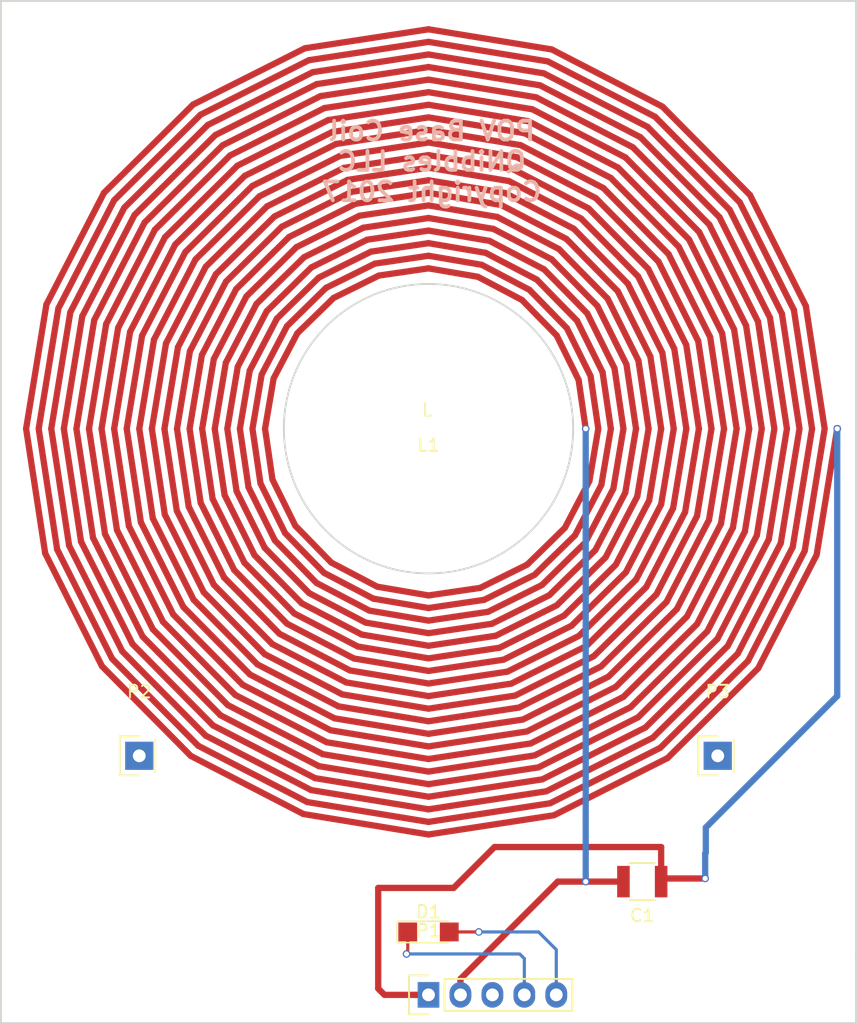
<source format=kicad_pcb>
(kicad_pcb (version 4) (host pcbnew 4.0.5)

  (general
    (links 6)
    (no_connects 6)
    (area 114.424999 70.924999 182.575001 147.075001)
    (thickness 1.6)
    (drawings 8)
    (tracks 38)
    (zones 0)
    (modules 10)
    (nets 8)
  )

  (page A4)
  (layers
    (0 F.Cu signal)
    (31 B.Cu signal)
    (32 B.Adhes user)
    (33 F.Adhes user)
    (34 B.Paste user)
    (35 F.Paste user)
    (36 B.SilkS user)
    (37 F.SilkS user)
    (38 B.Mask user)
    (39 F.Mask user)
    (40 Dwgs.User user)
    (41 Cmts.User user)
    (42 Eco1.User user)
    (43 Eco2.User user)
    (44 Edge.Cuts user)
    (45 Margin user)
    (46 B.CrtYd user)
    (47 F.CrtYd user)
    (48 B.Fab user)
    (49 F.Fab user)
  )

  (setup
    (last_trace_width 0.25)
    (trace_clearance 0.2)
    (zone_clearance 0.508)
    (zone_45_only no)
    (trace_min 0.2)
    (segment_width 0.2)
    (edge_width 0.15)
    (via_size 0.6)
    (via_drill 0.4)
    (via_min_size 0.4)
    (via_min_drill 0.3)
    (uvia_size 0.3)
    (uvia_drill 0.1)
    (uvias_allowed no)
    (uvia_min_size 0.2)
    (uvia_min_drill 0.1)
    (pcb_text_width 0.3)
    (pcb_text_size 1.5 1.5)
    (mod_edge_width 0.15)
    (mod_text_size 1 1)
    (mod_text_width 0.15)
    (pad_size 4.5 4.5)
    (pad_drill 4.5)
    (pad_to_mask_clearance 0.2)
    (aux_axis_origin 0 0)
    (visible_elements 7FFFFFFF)
    (pcbplotparams
      (layerselection 0x00030_80000001)
      (usegerberextensions false)
      (excludeedgelayer true)
      (linewidth 0.100000)
      (plotframeref false)
      (viasonmask false)
      (mode 1)
      (useauxorigin false)
      (hpglpennumber 1)
      (hpglpenspeed 20)
      (hpglpendiameter 15)
      (hpglpenoverlay 2)
      (psnegative false)
      (psa4output false)
      (plotreference true)
      (plotvalue true)
      (plotinvisibletext false)
      (padsonsilk false)
      (subtractmaskfromsilk false)
      (outputformat 1)
      (mirror false)
      (drillshape 1)
      (scaleselection 1)
      (outputdirectory ""))
  )

  (net 0 "")
  (net 1 "Net-(C1-Pad1)")
  (net 2 "Net-(C1-Pad2)")
  (net 3 "Net-(D1-Pad2)")
  (net 4 "Net-(D1-Pad1)")
  (net 5 GND)
  (net 6 "Net-(P2-Pad1)")
  (net 7 "Net-(P3-Pad1)")

  (net_class Default "This is the default net class."
    (clearance 0.2)
    (trace_width 0.25)
    (via_dia 0.6)
    (via_drill 0.4)
    (uvia_dia 0.3)
    (uvia_drill 0.1)
    (add_net GND)
    (add_net "Net-(C1-Pad1)")
    (add_net "Net-(C1-Pad2)")
    (add_net "Net-(D1-Pad1)")
    (add_net "Net-(D1-Pad2)")
    (add_net "Net-(P2-Pad1)")
    (add_net "Net-(P3-Pad1)")
  )

  (module KicadFootprint:via_0.3mm (layer F.Cu) (tedit 5872DB33) (tstamp 58752A3E)
    (at 178.5 75)
    (fp_text reference REF** (at 0 1.27) (layer F.SilkS) hide
      (effects (font (size 1 1) (thickness 0.15)))
    )
    (fp_text value via_0.3mm (at 0 -1.27) (layer F.Fab) hide
      (effects (font (size 1 1) (thickness 0.15)))
    )
    (pad "" np_thru_hole circle (at 0 0) (size 4.5 4.5) (drill 4.5) (layers *.Cu *.Mask)
      (zone_connect 2))
  )

  (module KicadFootprint:via_0.3mm (layer F.Cu) (tedit 5872DB33) (tstamp 58752A3A)
    (at 117.75 75)
    (fp_text reference REF** (at 0 1.27) (layer F.SilkS) hide
      (effects (font (size 1 1) (thickness 0.15)))
    )
    (fp_text value via_0.3mm (at 0 -1.27) (layer F.Fab) hide
      (effects (font (size 1 1) (thickness 0.15)))
    )
    (pad "" np_thru_hole circle (at 0 0) (size 4.5 4.5) (drill 4.5) (layers *.Cu *.Mask)
      (zone_connect 2))
  )

  (module KicadFootprint:via_0.3mm (layer F.Cu) (tedit 5872DB33) (tstamp 58752A36)
    (at 118.5 135)
    (fp_text reference REF** (at 0 1.27) (layer F.SilkS) hide
      (effects (font (size 1 1) (thickness 0.15)))
    )
    (fp_text value via_0.3mm (at 0 -1.27) (layer F.Fab) hide
      (effects (font (size 1 1) (thickness 0.15)))
    )
    (pad "" np_thru_hole circle (at 0 0) (size 4.5 4.5) (drill 4.5) (layers *.Cu *.Mask)
      (zone_connect 2))
  )

  (module Capacitors_SMD:C_1210 (layer F.Cu) (tedit 5415D85D) (tstamp 5872E09C)
    (at 165.5 141 180)
    (descr "Capacitor SMD 1210, reflow soldering, AVX (see smccp.pdf)")
    (tags "capacitor 1210")
    (path /5872583D)
    (attr smd)
    (fp_text reference C1 (at 0 -2.7 180) (layer F.SilkS)
      (effects (font (size 1 1) (thickness 0.15)))
    )
    (fp_text value C (at 0 2.7 180) (layer F.Fab)
      (effects (font (size 1 1) (thickness 0.15)))
    )
    (fp_line (start -1.6 1.25) (end -1.6 -1.25) (layer F.Fab) (width 0.15))
    (fp_line (start 1.6 1.25) (end -1.6 1.25) (layer F.Fab) (width 0.15))
    (fp_line (start 1.6 -1.25) (end 1.6 1.25) (layer F.Fab) (width 0.15))
    (fp_line (start -1.6 -1.25) (end 1.6 -1.25) (layer F.Fab) (width 0.15))
    (fp_line (start -2.3 -1.6) (end 2.3 -1.6) (layer F.CrtYd) (width 0.05))
    (fp_line (start -2.3 1.6) (end 2.3 1.6) (layer F.CrtYd) (width 0.05))
    (fp_line (start -2.3 -1.6) (end -2.3 1.6) (layer F.CrtYd) (width 0.05))
    (fp_line (start 2.3 -1.6) (end 2.3 1.6) (layer F.CrtYd) (width 0.05))
    (fp_line (start 1 -1.475) (end -1 -1.475) (layer F.SilkS) (width 0.15))
    (fp_line (start -1 1.475) (end 1 1.475) (layer F.SilkS) (width 0.15))
    (pad 1 smd rect (at -1.5 0 180) (size 1 2.5) (layers F.Cu F.Paste F.Mask)
      (net 1 "Net-(C1-Pad1)"))
    (pad 2 smd rect (at 1.5 0 180) (size 1 2.5) (layers F.Cu F.Paste F.Mask)
      (net 2 "Net-(C1-Pad2)"))
    (model Capacitors_SMD.3dshapes/C_1210.wrl
      (at (xyz 0 0 0))
      (scale (xyz 1 1 1))
      (rotate (xyz 0 0 0))
    )
  )

  (module LEDs:LED_1206 (layer F.Cu) (tedit 57FE943C) (tstamp 5872E0A2)
    (at 148.5 145)
    (descr "LED 1206 smd package")
    (tags "LED led 1206 SMD smd SMT smt smdled SMDLED smtled SMTLED")
    (path /587256DC)
    (attr smd)
    (fp_text reference D1 (at 0 -1.6) (layer F.SilkS)
      (effects (font (size 1 1) (thickness 0.15)))
    )
    (fp_text value LED (at 0 1.7) (layer F.Fab)
      (effects (font (size 1 1) (thickness 0.15)))
    )
    (fp_line (start -2.5 -0.85) (end -2.5 0.85) (layer F.SilkS) (width 0.12))
    (fp_line (start -0.45 -0.4) (end -0.45 0.4) (layer F.Fab) (width 0.1))
    (fp_line (start -0.4 0) (end 0.2 -0.4) (layer F.Fab) (width 0.1))
    (fp_line (start 0.2 0.4) (end -0.4 0) (layer F.Fab) (width 0.1))
    (fp_line (start 0.2 -0.4) (end 0.2 0.4) (layer F.Fab) (width 0.1))
    (fp_line (start 1.6 0.8) (end -1.6 0.8) (layer F.Fab) (width 0.1))
    (fp_line (start 1.6 -0.8) (end 1.6 0.8) (layer F.Fab) (width 0.1))
    (fp_line (start -1.6 -0.8) (end 1.6 -0.8) (layer F.Fab) (width 0.1))
    (fp_line (start -1.6 0.8) (end -1.6 -0.8) (layer F.Fab) (width 0.1))
    (fp_line (start -2.45 0.85) (end 1.6 0.85) (layer F.SilkS) (width 0.12))
    (fp_line (start -2.45 -0.85) (end 1.6 -0.85) (layer F.SilkS) (width 0.12))
    (fp_line (start 2.65 -1) (end 2.65 1) (layer F.CrtYd) (width 0.05))
    (fp_line (start 2.65 1) (end -2.65 1) (layer F.CrtYd) (width 0.05))
    (fp_line (start -2.65 1) (end -2.65 -1) (layer F.CrtYd) (width 0.05))
    (fp_line (start -2.65 -1) (end 2.65 -1) (layer F.CrtYd) (width 0.05))
    (pad 2 smd rect (at 1.65 0 180) (size 1.5 1.5) (layers F.Cu F.Paste F.Mask)
      (net 3 "Net-(D1-Pad2)"))
    (pad 1 smd rect (at -1.65 0 180) (size 1.5 1.5) (layers F.Cu F.Paste F.Mask)
      (net 4 "Net-(D1-Pad1)"))
    (model LEDs.3dshapes/LED_1206.wrl
      (at (xyz 0 0 0))
      (scale (xyz 1 1 1))
      (rotate (xyz 0 0 180))
    )
  )

  (module KicadFootprint:pov_coil (layer F.Cu) (tedit 5872D718) (tstamp 5872E0A8)
    (at 148.5011 105.0036)
    (descr "PCB inductor 65.0 mm x 65.0 mm 20 turns 1.0 mm pitch generated with https://github.com/ignamv/kicad_scripts")
    (path /58725776)
    (fp_text reference L1 (at 0 1.3) (layer F.SilkS)
      (effects (font (size 1 1) (thickness 0.15)))
    )
    (fp_text value L (at -0.1 -1.5) (layer F.SilkS)
      (effects (font (size 1 1) (thickness 0.15)))
    )
    (fp_line (start 32.5 0) (end 30.86178 10.0276) (layer F.Cu) (width 0.5))
    (fp_line (start 30.86178 10.0276) (end 26.21215 19.04424) (layer F.Cu) (width 0.5))
    (fp_line (start 26.21215 19.04424) (end 19.01485 26.1717) (layer F.Cu) (width 0.5))
    (fp_line (start 19.01485 26.1717) (end 9.981249 30.71913) (layer F.Cu) (width 0.5))
    (fp_line (start 9.981249 30.71913) (end 0 32.25) (layer F.Cu) (width 0.5))
    (fp_line (start 0 32.25) (end -9.950347 30.62402) (layer F.Cu) (width 0.5))
    (fp_line (start -9.950347 30.62402) (end -18.8973 26.0099) (layer F.Cu) (width 0.5))
    (fp_line (start -18.8973 26.0099) (end -25.96945 18.86791) (layer F.Cu) (width 0.5))
    (fp_line (start -25.96945 18.86791) (end -30.48136 9.903995) (layer F.Cu) (width 0.5))
    (fp_line (start -30.48136 9.903995) (end -32 0) (layer F.Cu) (width 0.5))
    (fp_line (start -32 0) (end -30.38626 -9.873093) (layer F.Cu) (width 0.5))
    (fp_line (start -30.38626 -9.873093) (end -25.80764 -18.75035) (layer F.Cu) (width 0.5))
    (fp_line (start -25.80764 -18.75035) (end -18.72096 -25.76719) (layer F.Cu) (width 0.5))
    (fp_line (start -18.72096 -25.76719) (end -9.82674 -30.2436) (layer F.Cu) (width 0.5))
    (fp_line (start -9.82674 -30.2436) (end 0 -31.75) (layer F.Cu) (width 0.5))
    (fp_line (start 0 -31.75) (end 9.795839 -30.14849) (layer F.Cu) (width 0.5))
    (fp_line (start 9.795839 -30.14849) (end 18.6034 -25.60539) (layer F.Cu) (width 0.5))
    (fp_line (start 18.6034 -25.60539) (end 25.56494 -18.57401) (layer F.Cu) (width 0.5))
    (fp_line (start 25.56494 -18.57401) (end 30.00583 -9.749486) (layer F.Cu) (width 0.5))
    (fp_line (start 30.00583 -9.749486) (end 31.5 0) (layer F.Cu) (width 0.5))
    (fp_line (start 31.5 0) (end 29.91073 9.718584) (layer F.Cu) (width 0.5))
    (fp_line (start 29.91073 9.718584) (end 25.40313 18.45646) (layer F.Cu) (width 0.5))
    (fp_line (start 25.40313 18.45646) (end 18.42707 25.36268) (layer F.Cu) (width 0.5))
    (fp_line (start 18.42707 25.36268) (end 9.672232 29.76807) (layer F.Cu) (width 0.5))
    (fp_line (start 9.672232 29.76807) (end 0 31.25) (layer F.Cu) (width 0.5))
    (fp_line (start 0 31.25) (end -9.64133 29.67296) (layer F.Cu) (width 0.5))
    (fp_line (start -9.64133 29.67296) (end -18.30951 25.20088) (layer F.Cu) (width 0.5))
    (fp_line (start -18.30951 25.20088) (end -25.16043 18.28012) (layer F.Cu) (width 0.5))
    (fp_line (start -25.16043 18.28012) (end -29.5303 9.594978) (layer F.Cu) (width 0.5))
    (fp_line (start -29.5303 9.594978) (end -31 0) (layer F.Cu) (width 0.5))
    (fp_line (start -31 0) (end -29.4352 -9.564076) (layer F.Cu) (width 0.5))
    (fp_line (start -29.4352 -9.564076) (end -24.99863 -18.16256) (layer F.Cu) (width 0.5))
    (fp_line (start -24.99863 -18.16256) (end -18.13318 -24.95817) (layer F.Cu) (width 0.5))
    (fp_line (start -18.13318 -24.95817) (end -9.517723 -29.29254) (layer F.Cu) (width 0.5))
    (fp_line (start -9.517723 -29.29254) (end 0 -30.75) (layer F.Cu) (width 0.5))
    (fp_line (start 0 -30.75) (end 9.486822 -29.19744) (layer F.Cu) (width 0.5))
    (fp_line (start 9.486822 -29.19744) (end 18.01562 -24.79637) (layer F.Cu) (width 0.5))
    (fp_line (start 18.01562 -24.79637) (end 24.75592 -17.98623) (layer F.Cu) (width 0.5))
    (fp_line (start 24.75592 -17.98623) (end 29.05478 -9.440469) (layer F.Cu) (width 0.5))
    (fp_line (start 29.05478 -9.440469) (end 30.5 0) (layer F.Cu) (width 0.5))
    (fp_line (start 30.5 0) (end 28.95967 9.409567) (layer F.Cu) (width 0.5))
    (fp_line (start 28.95967 9.409567) (end 24.59412 17.86867) (layer F.Cu) (width 0.5))
    (fp_line (start 24.59412 17.86867) (end 17.83928 24.55367) (layer F.Cu) (width 0.5))
    (fp_line (start 17.83928 24.55367) (end 9.363215 28.81701) (layer F.Cu) (width 0.5))
    (fp_line (start 9.363215 28.81701) (end 0 30.25) (layer F.Cu) (width 0.5))
    (fp_line (start 0 30.25) (end -9.332313 28.72191) (layer F.Cu) (width 0.5))
    (fp_line (start -9.332313 28.72191) (end -17.72173 24.39186) (layer F.Cu) (width 0.5))
    (fp_line (start -17.72173 24.39186) (end -24.35141 17.69234) (layer F.Cu) (width 0.5))
    (fp_line (start -24.35141 17.69234) (end -28.57925 9.285961) (layer F.Cu) (width 0.5))
    (fp_line (start -28.57925 9.285961) (end -30 0) (layer F.Cu) (width 0.5))
    (fp_line (start -30 0) (end -28.48414 -9.255059) (layer F.Cu) (width 0.5))
    (fp_line (start -28.48414 -9.255059) (end -24.18961 -17.57478) (layer F.Cu) (width 0.5))
    (fp_line (start -24.18961 -17.57478) (end -17.54539 -24.14916) (layer F.Cu) (width 0.5))
    (fp_line (start -17.54539 -24.14916) (end -9.208706 -28.34148) (layer F.Cu) (width 0.5))
    (fp_line (start -9.208706 -28.34148) (end 0 -29.75) (layer F.Cu) (width 0.5))
    (fp_line (start 0 -29.75) (end 9.177805 -28.24638) (layer F.Cu) (width 0.5))
    (fp_line (start 9.177805 -28.24638) (end 17.42783 -23.98735) (layer F.Cu) (width 0.5))
    (fp_line (start 17.42783 -23.98735) (end 23.9469 -17.39844) (layer F.Cu) (width 0.5))
    (fp_line (start 23.9469 -17.39844) (end 28.10372 -9.131452) (layer F.Cu) (width 0.5))
    (fp_line (start 28.10372 -9.131452) (end 29.5 0) (layer F.Cu) (width 0.5))
    (fp_line (start 29.5 0) (end 28.00861 9.10055) (layer F.Cu) (width 0.5))
    (fp_line (start 28.00861 9.10055) (end 23.7851 17.28089) (layer F.Cu) (width 0.5))
    (fp_line (start 23.7851 17.28089) (end 17.2515 23.74465) (layer F.Cu) (width 0.5))
    (fp_line (start 17.2515 23.74465) (end 9.054198 27.86596) (layer F.Cu) (width 0.5))
    (fp_line (start 9.054198 27.86596) (end 0 29.25) (layer F.Cu) (width 0.5))
    (fp_line (start 0 29.25) (end -9.023296 27.77085) (layer F.Cu) (width 0.5))
    (fp_line (start -9.023296 27.77085) (end -17.13394 23.58285) (layer F.Cu) (width 0.5))
    (fp_line (start -17.13394 23.58285) (end -23.54239 17.10455) (layer F.Cu) (width 0.5))
    (fp_line (start -23.54239 17.10455) (end -27.62819 8.976944) (layer F.Cu) (width 0.5))
    (fp_line (start -27.62819 8.976944) (end -29 0) (layer F.Cu) (width 0.5))
    (fp_line (start -29 0) (end -27.53309 -8.946042) (layer F.Cu) (width 0.5))
    (fp_line (start -27.53309 -8.946042) (end -23.38059 -16.98699) (layer F.Cu) (width 0.5))
    (fp_line (start -23.38059 -16.98699) (end -16.9576 -23.34014) (layer F.Cu) (width 0.5))
    (fp_line (start -16.9576 -23.34014) (end -8.899689 -27.39043) (layer F.Cu) (width 0.5))
    (fp_line (start -8.899689 -27.39043) (end 0 -28.75) (layer F.Cu) (width 0.5))
    (fp_line (start 0 -28.75) (end 8.868788 -27.29532) (layer F.Cu) (width 0.5))
    (fp_line (start 8.868788 -27.29532) (end 16.84005 -23.17834) (layer F.Cu) (width 0.5))
    (fp_line (start 16.84005 -23.17834) (end 23.13789 -16.81066) (layer F.Cu) (width 0.5))
    (fp_line (start 23.13789 -16.81066) (end 27.15266 -8.822435) (layer F.Cu) (width 0.5))
    (fp_line (start 27.15266 -8.822435) (end 28.5 0) (layer F.Cu) (width 0.5))
    (fp_line (start 28.5 0) (end 27.05756 8.791533) (layer F.Cu) (width 0.5))
    (fp_line (start 27.05756 8.791533) (end 22.97608 16.6931) (layer F.Cu) (width 0.5))
    (fp_line (start 22.97608 16.6931) (end 16.66371 22.93563) (layer F.Cu) (width 0.5))
    (fp_line (start 16.66371 22.93563) (end 8.745181 26.9149) (layer F.Cu) (width 0.5))
    (fp_line (start 8.745181 26.9149) (end 0 28.25) (layer F.Cu) (width 0.5))
    (fp_line (start 0 28.25) (end -8.714279 26.81979) (layer F.Cu) (width 0.5))
    (fp_line (start -8.714279 26.81979) (end -16.54615 22.77383) (layer F.Cu) (width 0.5))
    (fp_line (start -16.54615 22.77383) (end -22.73338 16.51677) (layer F.Cu) (width 0.5))
    (fp_line (start -22.73338 16.51677) (end -26.67714 8.667927) (layer F.Cu) (width 0.5))
    (fp_line (start -26.67714 8.667927) (end -28 0) (layer F.Cu) (width 0.5))
    (fp_line (start -28 0) (end -26.58203 -8.637025) (layer F.Cu) (width 0.5))
    (fp_line (start -26.58203 -8.637025) (end -22.57157 -16.39921) (layer F.Cu) (width 0.5))
    (fp_line (start -22.57157 -16.39921) (end -16.36982 -22.53112) (layer F.Cu) (width 0.5))
    (fp_line (start -16.36982 -22.53112) (end -8.590672 -26.43937) (layer F.Cu) (width 0.5))
    (fp_line (start -8.590672 -26.43937) (end 0 -27.75) (layer F.Cu) (width 0.5))
    (fp_line (start 0 -27.75) (end 8.559771 -26.34427) (layer F.Cu) (width 0.5))
    (fp_line (start 8.559771 -26.34427) (end 16.25226 -22.36932) (layer F.Cu) (width 0.5))
    (fp_line (start 16.25226 -22.36932) (end 22.32887 -16.22287) (layer F.Cu) (width 0.5))
    (fp_line (start 22.32887 -16.22287) (end 26.20161 -8.513418) (layer F.Cu) (width 0.5))
    (fp_line (start 26.20161 -8.513418) (end 27.5 0) (layer F.Cu) (width 0.5))
    (fp_line (start 27.5 0) (end 26.1065 8.482516) (layer F.Cu) (width 0.5))
    (fp_line (start 26.1065 8.482516) (end 22.16707 16.10532) (layer F.Cu) (width 0.5))
    (fp_line (start 22.16707 16.10532) (end 16.07593 22.12661) (layer F.Cu) (width 0.5))
    (fp_line (start 16.07593 22.12661) (end 8.436164 25.96384) (layer F.Cu) (width 0.5))
    (fp_line (start 8.436164 25.96384) (end 0 27.25) (layer F.Cu) (width 0.5))
    (fp_line (start 0 27.25) (end -8.405262 25.86874) (layer F.Cu) (width 0.5))
    (fp_line (start -8.405262 25.86874) (end -15.95837 21.96481) (layer F.Cu) (width 0.5))
    (fp_line (start -15.95837 21.96481) (end -21.92436 15.92898) (layer F.Cu) (width 0.5))
    (fp_line (start -21.92436 15.92898) (end -25.72608 8.35891) (layer F.Cu) (width 0.5))
    (fp_line (start -25.72608 8.35891) (end -27 0) (layer F.Cu) (width 0.5))
    (fp_line (start -27 0) (end -25.63097 -8.328008) (layer F.Cu) (width 0.5))
    (fp_line (start -25.63097 -8.328008) (end -21.76256 -15.81142) (layer F.Cu) (width 0.5))
    (fp_line (start -21.76256 -15.81142) (end -15.78203 -21.72211) (layer F.Cu) (width 0.5))
    (fp_line (start -15.78203 -21.72211) (end -8.281655 -25.48831) (layer F.Cu) (width 0.5))
    (fp_line (start -8.281655 -25.48831) (end 0 -26.75) (layer F.Cu) (width 0.5))
    (fp_line (start 0 -26.75) (end 8.250754 -25.39321) (layer F.Cu) (width 0.5))
    (fp_line (start 8.250754 -25.39321) (end 15.66448 -21.5603) (layer F.Cu) (width 0.5))
    (fp_line (start 15.66448 -21.5603) (end 21.51985 -15.63509) (layer F.Cu) (width 0.5))
    (fp_line (start 21.51985 -15.63509) (end 25.25055 -8.204401) (layer F.Cu) (width 0.5))
    (fp_line (start 25.25055 -8.204401) (end 26.5 0) (layer F.Cu) (width 0.5))
    (fp_line (start 26.5 0) (end 25.15544 8.1735) (layer F.Cu) (width 0.5))
    (fp_line (start 25.15544 8.1735) (end 21.35805 15.51753) (layer F.Cu) (width 0.5))
    (fp_line (start 21.35805 15.51753) (end 15.48814 21.3176) (layer F.Cu) (width 0.5))
    (fp_line (start 15.48814 21.3176) (end 8.127147 25.01279) (layer F.Cu) (width 0.5))
    (fp_line (start 8.127147 25.01279) (end 0 26.25) (layer F.Cu) (width 0.5))
    (fp_line (start 0 26.25) (end -8.096245 24.91768) (layer F.Cu) (width 0.5))
    (fp_line (start -8.096245 24.91768) (end -15.37058 21.15579) (layer F.Cu) (width 0.5))
    (fp_line (start -15.37058 21.15579) (end -21.11534 15.3412) (layer F.Cu) (width 0.5))
    (fp_line (start -21.11534 15.3412) (end -24.77502 8.049893) (layer F.Cu) (width 0.5))
    (fp_line (start -24.77502 8.049893) (end -26 0) (layer F.Cu) (width 0.5))
    (fp_line (start -26 0) (end -24.67992 -8.018991) (layer F.Cu) (width 0.5))
    (fp_line (start -24.67992 -8.018991) (end -20.95354 -15.22364) (layer F.Cu) (width 0.5))
    (fp_line (start -20.95354 -15.22364) (end -15.19425 -20.91309) (layer F.Cu) (width 0.5))
    (fp_line (start -15.19425 -20.91309) (end -7.972638 -24.53726) (layer F.Cu) (width 0.5))
    (fp_line (start -7.972638 -24.53726) (end 0 -25.75) (layer F.Cu) (width 0.5))
    (fp_line (start 0 -25.75) (end 7.941737 -24.44215) (layer F.Cu) (width 0.5))
    (fp_line (start 7.941737 -24.44215) (end 15.07669 -20.75129) (layer F.Cu) (width 0.5))
    (fp_line (start 15.07669 -20.75129) (end 20.71084 -15.0473) (layer F.Cu) (width 0.5))
    (fp_line (start 20.71084 -15.0473) (end 24.29949 -7.895384) (layer F.Cu) (width 0.5))
    (fp_line (start 24.29949 -7.895384) (end 25.5 0) (layer F.Cu) (width 0.5))
    (fp_line (start 25.5 0) (end 24.20439 7.864483) (layer F.Cu) (width 0.5))
    (fp_line (start 24.20439 7.864483) (end 20.54903 14.92975) (layer F.Cu) (width 0.5))
    (fp_line (start 20.54903 14.92975) (end 14.90036 20.50858) (layer F.Cu) (width 0.5))
    (fp_line (start 14.90036 20.50858) (end 7.81813 24.06173) (layer F.Cu) (width 0.5))
    (fp_line (start 7.81813 24.06173) (end 0 25.25) (layer F.Cu) (width 0.5))
    (fp_line (start 0 25.25) (end -7.787228 23.96662) (layer F.Cu) (width 0.5))
    (fp_line (start -7.787228 23.96662) (end -14.7828 20.34678) (layer F.Cu) (width 0.5))
    (fp_line (start -14.7828 20.34678) (end -20.30633 14.75341) (layer F.Cu) (width 0.5))
    (fp_line (start -20.30633 14.75341) (end -23.82397 7.740876) (layer F.Cu) (width 0.5))
    (fp_line (start -23.82397 7.740876) (end -25 0) (layer F.Cu) (width 0.5))
    (fp_line (start -25 0) (end -23.72886 -7.709974) (layer F.Cu) (width 0.5))
    (fp_line (start -23.72886 -7.709974) (end -20.14452 -14.63585) (layer F.Cu) (width 0.5))
    (fp_line (start -20.14452 -14.63585) (end -14.60646 -20.10407) (layer F.Cu) (width 0.5))
    (fp_line (start -14.60646 -20.10407) (end -7.663621 -23.5862) (layer F.Cu) (width 0.5))
    (fp_line (start -7.663621 -23.5862) (end 0 -24.75) (layer F.Cu) (width 0.5))
    (fp_line (start 0 -24.75) (end 7.63272 -23.4911) (layer F.Cu) (width 0.5))
    (fp_line (start 7.63272 -23.4911) (end 14.48891 -19.94227) (layer F.Cu) (width 0.5))
    (fp_line (start 14.48891 -19.94227) (end 19.90182 -14.45952) (layer F.Cu) (width 0.5))
    (fp_line (start 19.90182 -14.45952) (end 23.34844 -7.586367) (layer F.Cu) (width 0.5))
    (fp_line (start 23.34844 -7.586367) (end 24.5 0) (layer F.Cu) (width 0.5))
    (fp_line (start 24.5 0) (end 23.25333 7.555466) (layer F.Cu) (width 0.5))
    (fp_line (start 23.25333 7.555466) (end 19.74001 14.34196) (layer F.Cu) (width 0.5))
    (fp_line (start 19.74001 14.34196) (end 14.31257 19.69956) (layer F.Cu) (width 0.5))
    (fp_line (start 14.31257 19.69956) (end 7.509113 23.11067) (layer F.Cu) (width 0.5))
    (fp_line (start 7.509113 23.11067) (end 0 24.25) (layer F.Cu) (width 0.5))
    (fp_line (start 0 24.25) (end -7.478211 23.01557) (layer F.Cu) (width 0.5))
    (fp_line (start -7.478211 23.01557) (end -14.19501 19.53776) (layer F.Cu) (width 0.5))
    (fp_line (start -14.19501 19.53776) (end -19.49731 14.16562) (layer F.Cu) (width 0.5))
    (fp_line (start -19.49731 14.16562) (end -22.87291 7.431859) (layer F.Cu) (width 0.5))
    (fp_line (start -22.87291 7.431859) (end -24 0) (layer F.Cu) (width 0.5))
    (fp_line (start -24 0) (end -22.7778 -7.400957) (layer F.Cu) (width 0.5))
    (fp_line (start -22.7778 -7.400957) (end -19.33551 -14.04807) (layer F.Cu) (width 0.5))
    (fp_line (start -19.33551 -14.04807) (end -14.01868 -19.29506) (layer F.Cu) (width 0.5))
    (fp_line (start -14.01868 -19.29506) (end -7.354604 -22.63515) (layer F.Cu) (width 0.5))
    (fp_line (start -7.354604 -22.63515) (end 0 -23.75) (layer F.Cu) (width 0.5))
    (fp_line (start 0 -23.75) (end 7.323703 -22.54004) (layer F.Cu) (width 0.5))
    (fp_line (start 7.323703 -22.54004) (end 13.90112 -19.13325) (layer F.Cu) (width 0.5))
    (fp_line (start 13.90112 -19.13325) (end 19.0928 -13.87173) (layer F.Cu) (width 0.5))
    (fp_line (start 19.0928 -13.87173) (end 22.39738 -7.27735) (layer F.Cu) (width 0.5))
    (fp_line (start 22.39738 -7.27735) (end 23.5 0) (layer F.Cu) (width 0.5))
    (fp_line (start 23.5 0) (end 22.30228 7.246449) (layer F.Cu) (width 0.5))
    (fp_line (start 22.30228 7.246449) (end 18.931 13.75417) (layer F.Cu) (width 0.5))
    (fp_line (start 18.931 13.75417) (end 13.72479 18.89055) (layer F.Cu) (width 0.5))
    (fp_line (start 13.72479 18.89055) (end 7.200096 22.15962) (layer F.Cu) (width 0.5))
    (fp_line (start 7.200096 22.15962) (end 0 23.25) (layer F.Cu) (width 0.5))
    (fp_line (start 0 23.25) (end -7.169194 22.06451) (layer F.Cu) (width 0.5))
    (fp_line (start -7.169194 22.06451) (end -13.60723 18.72874) (layer F.Cu) (width 0.5))
    (fp_line (start -13.60723 18.72874) (end -18.68829 13.57784) (layer F.Cu) (width 0.5))
    (fp_line (start -18.68829 13.57784) (end -21.92185 7.122842) (layer F.Cu) (width 0.5))
    (fp_line (start -21.92185 7.122842) (end -23 0) (layer F.Cu) (width 0.5))
    (fp_line (start -23 0) (end -21.82675 -7.09194) (layer F.Cu) (width 0.5))
    (fp_line (start -21.82675 -7.09194) (end -18.52649 -13.46028) (layer F.Cu) (width 0.5))
    (fp_line (start -18.52649 -13.46028) (end -13.43089 -18.48604) (layer F.Cu) (width 0.5))
    (fp_line (start -13.43089 -18.48604) (end -7.045587 -21.68409) (layer F.Cu) (width 0.5))
    (fp_line (start -7.045587 -21.68409) (end 0 -22.75) (layer F.Cu) (width 0.5))
    (fp_line (start 0 -22.75) (end 7.014686 -21.58898) (layer F.Cu) (width 0.5))
    (fp_line (start 7.014686 -21.58898) (end 13.31334 -18.32423) (layer F.Cu) (width 0.5))
    (fp_line (start 13.31334 -18.32423) (end 18.28378 -13.28395) (layer F.Cu) (width 0.5))
    (fp_line (start 18.28378 -13.28395) (end 21.44632 -6.968333) (layer F.Cu) (width 0.5))
    (fp_line (start 21.44632 -6.968333) (end 22.5 0) (layer F.Cu) (width 0.5))
    (fp_line (start 22.5 0) (end 21.35122 6.937432) (layer F.Cu) (width 0.5))
    (fp_line (start 21.35122 6.937432) (end 18.12198 13.16639) (layer F.Cu) (width 0.5))
    (fp_line (start 18.12198 13.16639) (end 13.137 18.08153) (layer F.Cu) (width 0.5))
    (fp_line (start 13.137 18.08153) (end 6.891079 21.20856) (layer F.Cu) (width 0.5))
    (fp_line (start 6.891079 21.20856) (end 0 22.25) (layer F.Cu) (width 0.5))
    (fp_line (start 0 22.25) (end -6.860177 21.11345) (layer F.Cu) (width 0.5))
    (fp_line (start -6.860177 21.11345) (end -13.01944 17.91973) (layer F.Cu) (width 0.5))
    (fp_line (start -13.01944 17.91973) (end -17.87928 12.99005) (layer F.Cu) (width 0.5))
    (fp_line (start -17.87928 12.99005) (end -20.9708 6.813825) (layer F.Cu) (width 0.5))
    (fp_line (start -20.9708 6.813825) (end -22 0) (layer F.Cu) (width 0.5))
    (fp_line (start -22 0) (end -20.87569 -6.782923) (layer F.Cu) (width 0.5))
    (fp_line (start -20.87569 -6.782923) (end -17.71747 -12.8725) (layer F.Cu) (width 0.5))
    (fp_line (start -17.71747 -12.8725) (end -12.84311 -17.67702) (layer F.Cu) (width 0.5))
    (fp_line (start -12.84311 -17.67702) (end -6.73657 -20.73303) (layer F.Cu) (width 0.5))
    (fp_line (start -6.73657 -20.73303) (end 0 -21.75) (layer F.Cu) (width 0.5))
    (fp_line (start 0 -21.75) (end 6.705669 -20.63793) (layer F.Cu) (width 0.5))
    (fp_line (start 6.705669 -20.63793) (end 12.72555 -17.51522) (layer F.Cu) (width 0.5))
    (fp_line (start 12.72555 -17.51522) (end 17.47477 -12.69616) (layer F.Cu) (width 0.5))
    (fp_line (start 17.47477 -12.69616) (end 20.49527 -6.659316) (layer F.Cu) (width 0.5))
    (fp_line (start 20.49527 -6.659316) (end 21.5 0) (layer F.Cu) (width 0.5))
    (fp_line (start 21.5 0) (end 20.40016 6.628415) (layer F.Cu) (width 0.5))
    (fp_line (start 20.40016 6.628415) (end 17.31296 12.5786) (layer F.Cu) (width 0.5))
    (fp_line (start 17.31296 12.5786) (end 12.54922 17.27251) (layer F.Cu) (width 0.5))
    (fp_line (start 12.54922 17.27251) (end 6.582062 20.2575) (layer F.Cu) (width 0.5))
    (fp_line (start 6.582062 20.2575) (end 0 21.25) (layer F.Cu) (width 0.5))
    (fp_line (start 0 21.25) (end -6.55116 20.1624) (layer F.Cu) (width 0.5))
    (fp_line (start -6.55116 20.1624) (end -12.43166 17.11071) (layer F.Cu) (width 0.5))
    (fp_line (start -12.43166 17.11071) (end -17.07026 12.40227) (layer F.Cu) (width 0.5))
    (fp_line (start -17.07026 12.40227) (end -20.01974 6.504808) (layer F.Cu) (width 0.5))
    (fp_line (start -20.01974 6.504808) (end -21 0) (layer F.Cu) (width 0.5))
    (fp_line (start -21 0) (end -19.92463 -6.473906) (layer F.Cu) (width 0.5))
    (fp_line (start -19.92463 -6.473906) (end -16.90846 -12.28471) (layer F.Cu) (width 0.5))
    (fp_line (start -16.90846 -12.28471) (end -12.25532 -16.868) (layer F.Cu) (width 0.5))
    (fp_line (start -12.25532 -16.868) (end -6.427553 -19.78198) (layer F.Cu) (width 0.5))
    (fp_line (start -6.427553 -19.78198) (end 0 -20.75) (layer F.Cu) (width 0.5))
    (fp_line (start 0 -20.75) (end 6.396652 -19.68687) (layer F.Cu) (width 0.5))
    (fp_line (start 6.396652 -19.68687) (end 12.13777 -16.7062) (layer F.Cu) (width 0.5))
    (fp_line (start 12.13777 -16.7062) (end 16.66575 -12.10838) (layer F.Cu) (width 0.5))
    (fp_line (start 16.66575 -12.10838) (end 19.54421 -6.350299) (layer F.Cu) (width 0.5))
    (fp_line (start 19.54421 -6.350299) (end 20.5 0) (layer F.Cu) (width 0.5))
    (fp_line (start 20.5 0) (end 19.44911 6.319398) (layer F.Cu) (width 0.5))
    (fp_line (start 19.44911 6.319398) (end 16.50395 11.99082) (layer F.Cu) (width 0.5))
    (fp_line (start 16.50395 11.99082) (end 11.96143 16.4635) (layer F.Cu) (width 0.5))
    (fp_line (start 11.96143 16.4635) (end 6.273045 19.30645) (layer F.Cu) (width 0.5))
    (fp_line (start 6.273045 19.30645) (end 0 20.25) (layer F.Cu) (width 0.5))
    (fp_line (start 0 20.25) (end -6.242143 19.21134) (layer F.Cu) (width 0.5))
    (fp_line (start -6.242143 19.21134) (end -11.84387 16.30169) (layer F.Cu) (width 0.5))
    (fp_line (start -11.84387 16.30169) (end -16.26124 11.81448) (layer F.Cu) (width 0.5))
    (fp_line (start -16.26124 11.81448) (end -19.06868 6.195791) (layer F.Cu) (width 0.5))
    (fp_line (start -19.06868 6.195791) (end -20 0) (layer F.Cu) (width 0.5))
    (fp_line (start -20 0) (end -18.97358 -6.164889) (layer F.Cu) (width 0.5))
    (fp_line (start -18.97358 -6.164889) (end -16.09944 -11.69693) (layer F.Cu) (width 0.5))
    (fp_line (start -16.09944 -11.69693) (end -11.66754 -16.05899) (layer F.Cu) (width 0.5))
    (fp_line (start -11.66754 -16.05899) (end -6.118536 -18.83092) (layer F.Cu) (width 0.5))
    (fp_line (start -6.118536 -18.83092) (end 0 -19.75) (layer F.Cu) (width 0.5))
    (fp_line (start 0 -19.75) (end 6.087635 -18.73581) (layer F.Cu) (width 0.5))
    (fp_line (start 6.087635 -18.73581) (end 11.54998 -15.89718) (layer F.Cu) (width 0.5))
    (fp_line (start 11.54998 -15.89718) (end 15.85673 -11.52059) (layer F.Cu) (width 0.5))
    (fp_line (start 15.85673 -11.52059) (end 18.59315 -6.041282) (layer F.Cu) (width 0.5))
    (fp_line (start 18.59315 -6.041282) (end 19.5 0) (layer F.Cu) (width 0.5))
    (fp_line (start 19.5 0) (end 18.49805 6.010381) (layer F.Cu) (width 0.5))
    (fp_line (start 18.49805 6.010381) (end 15.69493 11.40303) (layer F.Cu) (width 0.5))
    (fp_line (start 15.69493 11.40303) (end 11.37364 15.65448) (layer F.Cu) (width 0.5))
    (fp_line (start 11.37364 15.65448) (end 5.964028 18.35539) (layer F.Cu) (width 0.5))
    (fp_line (start 5.964028 18.35539) (end 0 19.25) (layer F.Cu) (width 0.5))
    (fp_line (start 0 19.25) (end -5.933126 18.26029) (layer F.Cu) (width 0.5))
    (fp_line (start -5.933126 18.26029) (end -11.25609 15.49268) (layer F.Cu) (width 0.5))
    (fp_line (start -11.25609 15.49268) (end -15.45222 11.2267) (layer F.Cu) (width 0.5))
    (fp_line (start -15.45222 11.2267) (end -18.11763 5.886774) (layer F.Cu) (width 0.5))
    (fp_line (start -18.11763 5.886774) (end -19 0) (layer F.Cu) (width 0.5))
    (fp_line (start -19 0) (end -18.02252 -5.855872) (layer F.Cu) (width 0.5))
    (fp_line (start -18.02252 -5.855872) (end -15.29042 -11.10914) (layer F.Cu) (width 0.5))
    (fp_line (start -15.29042 -11.10914) (end -11.07975 -15.24997) (layer F.Cu) (width 0.5))
    (fp_line (start -11.07975 -15.24997) (end -5.809519 -17.87986) (layer F.Cu) (width 0.5))
    (fp_line (start -5.809519 -17.87986) (end 0 -18.75) (layer F.Cu) (width 0.5))
    (fp_line (start 0 -18.75) (end 5.778618 -17.78476) (layer F.Cu) (width 0.5))
    (fp_line (start 5.778618 -17.78476) (end 10.96219 -15.08817) (layer F.Cu) (width 0.5))
    (fp_line (start 10.96219 -15.08817) (end 15.04772 -10.93281) (layer F.Cu) (width 0.5))
    (fp_line (start 15.04772 -10.93281) (end 17.6421 -5.732265) (layer F.Cu) (width 0.5))
    (fp_line (start 17.6421 -5.732265) (end 18.5 0) (layer F.Cu) (width 0.5))
    (fp_line (start 18.5 0) (end 17.54699 5.701364) (layer F.Cu) (width 0.5))
    (fp_line (start 17.54699 5.701364) (end 14.88591 10.81525) (layer F.Cu) (width 0.5))
    (fp_line (start 14.88591 10.81525) (end 10.78586 14.84546) (layer F.Cu) (width 0.5))
    (fp_line (start 10.78586 14.84546) (end 5.655011 17.40433) (layer F.Cu) (width 0.5))
    (fp_line (start 5.655011 17.40433) (end 0 18.25) (layer F.Cu) (width 0.5))
    (fp_line (start 0 18.25) (end -5.624109 17.30923) (layer F.Cu) (width 0.5))
    (fp_line (start -5.624109 17.30923) (end -10.6683 14.68366) (layer F.Cu) (width 0.5))
    (fp_line (start -10.6683 14.68366) (end -14.64321 10.63891) (layer F.Cu) (width 0.5))
    (fp_line (start -14.64321 10.63891) (end -17.16657 5.577757) (layer F.Cu) (width 0.5))
    (fp_line (start -17.16657 5.577757) (end -18 0) (layer F.Cu) (width 0.5))
    (fp_line (start -18 0) (end -17.07146 -5.546855) (layer F.Cu) (width 0.5))
    (fp_line (start -17.07146 -5.546855) (end -14.4814 -10.52136) (layer F.Cu) (width 0.5))
    (fp_line (start -14.4814 -10.52136) (end -10.49197 -14.44095) (layer F.Cu) (width 0.5))
    (fp_line (start -10.49197 -14.44095) (end -5.500502 -16.92881) (layer F.Cu) (width 0.5))
    (fp_line (start -5.500502 -16.92881) (end 0 -17.75) (layer F.Cu) (width 0.5))
    (fp_line (start 0 -17.75) (end 5.469601 -16.8337) (layer F.Cu) (width 0.5))
    (fp_line (start 5.469601 -16.8337) (end 10.37441 -14.27915) (layer F.Cu) (width 0.5))
    (fp_line (start 10.37441 -14.27915) (end 14.2387 -10.34502) (layer F.Cu) (width 0.5))
    (fp_line (start 14.2387 -10.34502) (end 16.69104 -5.423248) (layer F.Cu) (width 0.5))
    (fp_line (start 16.69104 -5.423248) (end 17.5 0) (layer F.Cu) (width 0.5))
    (fp_line (start 17.5 0) (end 16.59594 5.392347) (layer F.Cu) (width 0.5))
    (fp_line (start 16.59594 5.392347) (end 14.0769 10.22746) (layer F.Cu) (width 0.5))
    (fp_line (start 14.0769 10.22746) (end 10.19807 14.03644) (layer F.Cu) (width 0.5))
    (fp_line (start 10.19807 14.03644) (end 5.345994 16.45328) (layer F.Cu) (width 0.5))
    (fp_line (start 5.345994 16.45328) (end 0 17.25) (layer F.Cu) (width 0.5))
    (fp_line (start 0 17.25) (end -5.315092 16.35817) (layer F.Cu) (width 0.5))
    (fp_line (start -5.315092 16.35817) (end -10.08052 13.87464) (layer F.Cu) (width 0.5))
    (fp_line (start -10.08052 13.87464) (end -13.83419 10.05113) (layer F.Cu) (width 0.5))
    (fp_line (start -13.83419 10.05113) (end -16.21551 5.26874) (layer F.Cu) (width 0.5))
    (fp_line (start -16.21551 5.26874) (end -17 0) (layer F.Cu) (width 0.5))
    (fp_line (start -17 0) (end -16.12041 -5.237838) (layer F.Cu) (width 0.5))
    (fp_line (start -16.12041 -5.237838) (end -13.67239 -9.933571) (layer F.Cu) (width 0.5))
    (fp_line (start -13.67239 -9.933571) (end -9.904182 -13.63194) (layer F.Cu) (width 0.5))
    (fp_line (start -9.904182 -13.63194) (end -5.191486 -15.97775) (layer F.Cu) (width 0.5))
    (fp_line (start -5.191486 -15.97775) (end 0 -16.75) (layer F.Cu) (width 0.5))
    (fp_line (start 0 -16.75) (end 5.160584 -15.88264) (layer F.Cu) (width 0.5))
    (fp_line (start 5.160584 -15.88264) (end 9.786624 -13.47013) (layer F.Cu) (width 0.5))
    (fp_line (start 9.786624 -13.47013) (end 13.42968 -9.757235) (layer F.Cu) (width 0.5))
    (fp_line (start 13.42968 -9.757235) (end 15.73999 -5.114231) (layer F.Cu) (width 0.5))
    (fp_line (start 15.73999 -5.114231) (end 16.5 0) (layer F.Cu) (width 0.5))
    (fp_line (start 16.5 0) (end 15.64488 5.08333) (layer F.Cu) (width 0.5))
    (fp_line (start 15.64488 5.08333) (end 13.26788 9.639678) (layer F.Cu) (width 0.5))
    (fp_line (start 13.26788 9.639678) (end 9.610289 13.22743) (layer F.Cu) (width 0.5))
    (fp_line (start 9.610289 13.22743) (end 5.036977 15.50222) (layer F.Cu) (width 0.5))
    (fp_line (start 5.036977 15.50222) (end 0 16.25) (layer F.Cu) (width 0.5))
    (fp_line (start 0 16.25) (end -5.006075 15.40712) (layer F.Cu) (width 0.5))
    (fp_line (start -5.006075 15.40712) (end -9.492732 13.06562) (layer F.Cu) (width 0.5))
    (fp_line (start -9.492732 13.06562) (end -13.02517 9.463343) (layer F.Cu) (width 0.5))
    (fp_line (start -13.02517 9.463343) (end -15.26446 4.959723) (layer F.Cu) (width 0.5))
    (fp_line (start -15.26446 4.959723) (end -16 0) (layer F.Cu) (width 0.5))
    (fp_line (start -16 0) (end -15.16935 -4.928821) (layer F.Cu) (width 0.5))
    (fp_line (start -15.16935 -4.928821) (end -12.86337 -9.345786) (layer F.Cu) (width 0.5))
    (fp_line (start -12.86337 -9.345786) (end -9.316396 -12.82292) (layer F.Cu) (width 0.5))
    (fp_line (start -9.316396 -12.82292) (end -4.882469 -15.02669) (layer F.Cu) (width 0.5))
    (fp_line (start -4.882469 -15.02669) (end 0 -15.75) (layer F.Cu) (width 0.5))
    (fp_line (start 0 -15.75) (end 4.851567 -14.93159) (layer F.Cu) (width 0.5))
    (fp_line (start 4.851567 -14.93159) (end 9.198839 -12.66112) (layer F.Cu) (width 0.5))
    (fp_line (start 9.198839 -12.66112) (end 12.62067 -9.16945) (layer F.Cu) (width 0.5))
    (fp_line (start 12.62067 -9.16945) (end 14.78893 -4.805214) (layer F.Cu) (width 0.5))
    (fp_line (start 14.78893 -4.805214) (end 15.5 0) (layer F.Cu) (width 0.5))
    (fp_line (start 15.5 0) (end 14.69382 4.774313) (layer F.Cu) (width 0.5))
    (fp_line (start 14.69382 4.774313) (end 12.45886 9.051893) (layer F.Cu) (width 0.5))
    (fp_line (start 12.45886 9.051893) (end 9.022504 12.41841) (layer F.Cu) (width 0.5))
    (fp_line (start 9.022504 12.41841) (end 4.72796 14.55116) (layer F.Cu) (width 0.5))
    (fp_line (start 4.72796 14.55116) (end 0 15.25) (layer F.Cu) (width 0.5))
    (fp_line (start 0 15.25) (end -4.697058 14.45606) (layer F.Cu) (width 0.5))
    (fp_line (start -4.697058 14.45606) (end -8.904947 12.25661) (layer F.Cu) (width 0.5))
    (fp_line (start -8.904947 12.25661) (end -12.21616 8.875557) (layer F.Cu) (width 0.5))
    (fp_line (start -12.21616 8.875557) (end -14.3134 4.650706) (layer F.Cu) (width 0.5))
    (fp_line (start -14.3134 4.650706) (end -15 0) (layer F.Cu) (width 0.5))
    (fp_line (start -15 0) (end -14.21829 -4.619804) (layer F.Cu) (width 0.5))
    (fp_line (start -14.21829 -4.619804) (end -12.05435 -8.758) (layer F.Cu) (width 0.5))
    (fp_line (start -12.05435 -8.758) (end -8.728611 -12.0139) (layer F.Cu) (width 0.5))
    (fp_line (start -8.728611 -12.0139) (end -4.573452 -14.07564) (layer F.Cu) (width 0.5))
    (fp_line (start -4.573452 -14.07564) (end 0 -14.75) (layer F.Cu) (width 0.5))
    (fp_line (start 0 -14.75) (end 4.54255 -13.98053) (layer F.Cu) (width 0.5))
    (fp_line (start 4.54255 -13.98053) (end 8.611054 -11.8521) (layer F.Cu) (width 0.5))
    (fp_line (start 8.611054 -11.8521) (end 11.81165 -8.581665) (layer F.Cu) (width 0.5))
    (fp_line (start 11.81165 -8.581665) (end 13.83787 -4.496197) (layer F.Cu) (width 0.5))
    (fp_line (start 13.83787 -4.496197) (end 14.5 0) (layer F.Cu) (width 0.5))
    (fp_line (start 14.5 0) (end 13.74277 4.465296) (layer F.Cu) (width 0.5))
    (fp_line (start 13.74277 4.465296) (end 11.64984 8.464108) (layer F.Cu) (width 0.5))
    (fp_line (start 11.64984 8.464108) (end 8.434718 11.60939) (layer F.Cu) (width 0.5))
    (fp_line (start 8.434718 11.60939) (end 4.418943 13.60011) (layer F.Cu) (width 0.5))
    (fp_line (start 4.418943 13.60011) (end 0 14.25) (layer F.Cu) (width 0.5))
    (fp_line (start 0 14.25) (end -4.388041 13.505) (layer F.Cu) (width 0.5))
    (fp_line (start -4.388041 13.505) (end -8.317161 11.44759) (layer F.Cu) (width 0.5))
    (fp_line (start -8.317161 11.44759) (end -11.40714 8.287772) (layer F.Cu) (width 0.5))
    (fp_line (start -11.40714 8.287772) (end -13.36234 4.341689) (layer F.Cu) (width 0.5))
    (fp_line (start -13.36234 4.341689) (end -14 0) (layer F.Cu) (width 0.5))
    (fp_line (start -14 0) (end -13.26724 -4.310787) (layer F.Cu) (width 0.5))
    (fp_line (start -13.26724 -4.310787) (end -11.24534 -8.170215) (layer F.Cu) (width 0.5))
    (fp_line (start -11.24534 -8.170215) (end -8.140826 -11.20489) (layer F.Cu) (width 0.5))
    (fp_line (start -8.140826 -11.20489) (end -4.264435 -13.12458) (layer F.Cu) (width 0.5))
    (fp_line (start -4.264435 -13.12458) (end 0 -13.75) (layer F.Cu) (width 0.5))
    (fp_line (start 0 -13.75) (end 4.233533 -13.02947) (layer F.Cu) (width 0.5))
    (fp_line (start 4.233533 -13.02947) (end 8.023269 -11.04308) (layer F.Cu) (width 0.5))
    (fp_line (start 8.023269 -11.04308) (end 11.00263 -7.993879) (layer F.Cu) (width 0.5))
    (fp_line (start 11.00263 -7.993879) (end 12.88682 -4.18718) (layer F.Cu) (width 0.5))
    (fp_line (start 12.88682 -4.18718) (end 13.5 0) (layer F.Cu) (width 0.5))
    (fp_line (start 13.5 0) (end 12.79171 4.156279) (layer F.Cu) (width 0.5))
    (fp_line (start 12.79171 4.156279) (end 10.84083 7.876322) (layer F.Cu) (width 0.5))
    (fp_line (start 10.84083 7.876322) (end 7.846933 10.80038) (layer F.Cu) (width 0.5))
    (fp_line (start 7.846933 10.80038) (end 4.109926 12.64905) (layer F.Cu) (width 0.5))
    (fp_line (start 4.109926 12.64905) (end 0 13.25) (layer F.Cu) (width 0.5))
    (fp_line (start 0 13.25) (end -4.079024 12.55395) (layer F.Cu) (width 0.5))
    (fp_line (start -4.079024 12.55395) (end -7.729376 10.63857) (layer F.Cu) (width 0.5))
    (fp_line (start -7.729376 10.63857) (end -10.59812 7.699987) (layer F.Cu) (width 0.5))
    (fp_line (start -10.59812 7.699987) (end -12.41129 4.032672) (layer F.Cu) (width 0.5))
    (fp_line (start -12.41129 4.032672) (end -13 0) (layer F.Cu) (width 0.5))
    (fp_line (start -13 0) (end -12.31618 -4.00177) (layer F.Cu) (width 0.5))
    (fp_line (start -12.31618 -4.00177) (end -10.43632 -7.58243) (layer F.Cu) (width 0.5))
    (fp_line (start -10.43632 -7.58243) (end -7.55304 -10.39587) (layer F.Cu) (width 0.5))
    (fp_line (start -7.55304 -10.39587) (end -3.955418 -12.17352) (layer F.Cu) (width 0.5))
    (fp_line (start -3.955418 -12.17352) (end 0 -12.75) (layer F.Cu) (width 0.5))
    (fp_line (start 0 -12.75) (end 3.924516 -12.07842) (layer F.Cu) (width 0.5))
    (fp_line (start 3.924516 -12.07842) (end 7.435483 -10.23406) (layer F.Cu) (width 0.5))
    (fp_line (start 7.435483 -10.23406) (end 10.19361 -7.406094) (layer F.Cu) (width 0.5))
    (fp_line (start 10.19361 -7.406094) (end 11.93576 -3.878163) (layer F.Cu) (width 0.5))
    (fp_line (start 11.93576 -3.878163) (end 12.5 0) (layer F.Cu) (width 0.5))
    (pad 1 smd rect (at 32.5 0) (size 0.5 0.5) (layers F.Cu)
      (net 1 "Net-(C1-Pad1)"))
    (pad 2 smd circle (at 12.5 0) (size 0.5 0.5) (layers F.Cu)
      (net 2 "Net-(C1-Pad2)"))
  )

  (module Socket_Strips:Socket_Strip_Straight_1x05 (layer F.Cu) (tedit 0) (tstamp 5872E0B1)
    (at 148.5 150)
    (descr "Through hole socket strip")
    (tags "socket strip")
    (path /5872D7AB)
    (fp_text reference P1 (at 0 -5.1) (layer F.SilkS)
      (effects (font (size 1 1) (thickness 0.15)))
    )
    (fp_text value CONN_01X05 (at 0 -3.1) (layer F.Fab)
      (effects (font (size 1 1) (thickness 0.15)))
    )
    (fp_line (start -1.75 -1.75) (end -1.75 1.75) (layer F.CrtYd) (width 0.05))
    (fp_line (start 11.95 -1.75) (end 11.95 1.75) (layer F.CrtYd) (width 0.05))
    (fp_line (start -1.75 -1.75) (end 11.95 -1.75) (layer F.CrtYd) (width 0.05))
    (fp_line (start -1.75 1.75) (end 11.95 1.75) (layer F.CrtYd) (width 0.05))
    (fp_line (start 1.27 1.27) (end 11.43 1.27) (layer F.SilkS) (width 0.15))
    (fp_line (start 11.43 1.27) (end 11.43 -1.27) (layer F.SilkS) (width 0.15))
    (fp_line (start 11.43 -1.27) (end 1.27 -1.27) (layer F.SilkS) (width 0.15))
    (fp_line (start -1.55 1.55) (end 0 1.55) (layer F.SilkS) (width 0.15))
    (fp_line (start 1.27 1.27) (end 1.27 -1.27) (layer F.SilkS) (width 0.15))
    (fp_line (start 0 -1.55) (end -1.55 -1.55) (layer F.SilkS) (width 0.15))
    (fp_line (start -1.55 -1.55) (end -1.55 1.55) (layer F.SilkS) (width 0.15))
    (pad 1 thru_hole rect (at 0 0) (size 1.7272 2.032) (drill 1.016) (layers *.Cu *.Mask)
      (net 1 "Net-(C1-Pad1)"))
    (pad 2 thru_hole oval (at 2.54 0) (size 1.7272 2.032) (drill 1.016) (layers *.Cu *.Mask)
      (net 2 "Net-(C1-Pad2)"))
    (pad 3 thru_hole oval (at 5.08 0) (size 1.7272 2.032) (drill 1.016) (layers *.Cu *.Mask)
      (net 5 GND))
    (pad 4 thru_hole oval (at 7.62 0) (size 1.7272 2.032) (drill 1.016) (layers *.Cu *.Mask)
      (net 4 "Net-(D1-Pad1)"))
    (pad 5 thru_hole oval (at 10.16 0) (size 1.7272 2.032) (drill 1.016) (layers *.Cu *.Mask)
      (net 3 "Net-(D1-Pad2)"))
    (model Socket_Strips.3dshapes/Socket_Strip_Straight_1x05.wrl
      (at (xyz 0.2 0 0))
      (scale (xyz 1 1 1))
      (rotate (xyz 0 0 180))
    )
  )

  (module KicadFootprint:via_0.3mm (layer F.Cu) (tedit 5872DB33) (tstamp 5872E0F4)
    (at 178.5 135)
    (fp_text reference REF** (at 0 1.27) (layer F.SilkS) hide
      (effects (font (size 1 1) (thickness 0.15)))
    )
    (fp_text value via_0.3mm (at 0 -1.27) (layer F.Fab) hide
      (effects (font (size 1 1) (thickness 0.15)))
    )
    (pad "" np_thru_hole circle (at 0 0) (size 4.5 4.5) (drill 4.5) (layers *.Cu *.Mask)
      (zone_connect 2))
  )

  (module Socket_Strips:Socket_Strip_Straight_1x01 (layer F.Cu) (tedit 54E9F79C) (tstamp 5872E151)
    (at 125.5 131)
    (descr "Through hole socket strip")
    (tags "socket strip")
    (path /5872E412)
    (fp_text reference P2 (at 0 -5.1) (layer F.SilkS)
      (effects (font (size 1 1) (thickness 0.15)))
    )
    (fp_text value CONN_01X01 (at 0 -3.1) (layer F.Fab)
      (effects (font (size 1 1) (thickness 0.15)))
    )
    (fp_line (start -1.75 -1.75) (end -1.75 1.75) (layer F.CrtYd) (width 0.05))
    (fp_line (start 1.75 -1.75) (end 1.75 1.75) (layer F.CrtYd) (width 0.05))
    (fp_line (start -1.75 -1.75) (end 1.75 -1.75) (layer F.CrtYd) (width 0.05))
    (fp_line (start -1.75 1.75) (end 1.75 1.75) (layer F.CrtYd) (width 0.05))
    (fp_line (start 1.27 1.27) (end 1.27 -1.27) (layer F.SilkS) (width 0.15))
    (fp_line (start -1.55 -1.55) (end 0 -1.55) (layer F.SilkS) (width 0.15))
    (fp_line (start -1.55 -1.55) (end -1.55 1.55) (layer F.SilkS) (width 0.15))
    (fp_line (start -1.55 1.55) (end 0 1.55) (layer F.SilkS) (width 0.15))
    (pad 1 thru_hole rect (at 0 0) (size 2.2352 2.2352) (drill 1.016) (layers *.Cu *.Mask)
      (net 6 "Net-(P2-Pad1)"))
    (model Socket_Strips.3dshapes/Socket_Strip_Straight_1x01.wrl
      (at (xyz 0 0 0))
      (scale (xyz 1 1 1))
      (rotate (xyz 0 0 180))
    )
  )

  (module Socket_Strips:Socket_Strip_Straight_1x01 (layer F.Cu) (tedit 54E9F79C) (tstamp 5872E156)
    (at 171.5 131)
    (descr "Through hole socket strip")
    (tags "socket strip")
    (path /5872E359)
    (fp_text reference P3 (at 0 -5.1) (layer F.SilkS)
      (effects (font (size 1 1) (thickness 0.15)))
    )
    (fp_text value CONN_01X01 (at 0 -3.1) (layer F.Fab)
      (effects (font (size 1 1) (thickness 0.15)))
    )
    (fp_line (start -1.75 -1.75) (end -1.75 1.75) (layer F.CrtYd) (width 0.05))
    (fp_line (start 1.75 -1.75) (end 1.75 1.75) (layer F.CrtYd) (width 0.05))
    (fp_line (start -1.75 -1.75) (end 1.75 -1.75) (layer F.CrtYd) (width 0.05))
    (fp_line (start -1.75 1.75) (end 1.75 1.75) (layer F.CrtYd) (width 0.05))
    (fp_line (start 1.27 1.27) (end 1.27 -1.27) (layer F.SilkS) (width 0.15))
    (fp_line (start -1.55 -1.55) (end 0 -1.55) (layer F.SilkS) (width 0.15))
    (fp_line (start -1.55 -1.55) (end -1.55 1.55) (layer F.SilkS) (width 0.15))
    (fp_line (start -1.55 1.55) (end 0 1.55) (layer F.SilkS) (width 0.15))
    (pad 1 thru_hole rect (at 0 0) (size 2.2352 2.2352) (drill 1.016) (layers *.Cu *.Mask)
      (net 7 "Net-(P3-Pad1)"))
    (model Socket_Strips.3dshapes/Socket_Strip_Straight_1x01.wrl
      (at (xyz 0 0 0))
      (scale (xyz 1 1 1))
      (rotate (xyz 0 0 180))
    )
  )

  (gr_line (start 182.5 152.25) (end 182.5 146.75) (angle 90) (layer Edge.Cuts) (width 0.15))
  (gr_line (start 114.5 152.25) (end 182.5 152.25) (angle 90) (layer Edge.Cuts) (width 0.15))
  (gr_line (start 114.5 147) (end 114.5 152.25) (angle 90) (layer Edge.Cuts) (width 0.15))
  (gr_text "POV Base Coil\nQNibbles LLC\nCopyright 2017" (at 148.75 83.75) (layer B.SilkS)
    (effects (font (size 1.5 1.5) (thickness 0.3)) (justify mirror))
  )
  (gr_circle (center 148.5 105) (end 160 105.25) (layer Edge.Cuts) (width 0.15))
  (gr_line (start 114.5 147) (end 114.5 71) (angle 90) (layer Edge.Cuts) (width 0.15))
  (gr_line (start 182.5 71) (end 182.5 147) (angle 90) (layer Edge.Cuts) (width 0.15))
  (gr_line (start 114.5 71) (end 182.5 71) (angle 90) (layer Edge.Cuts) (width 0.15))

  (segment (start 144.5 149.5) (end 145 150) (width 0.5) (layer F.Cu) (net 1))
  (segment (start 145 150) (end 148.5 150) (width 0.5) (layer F.Cu) (net 1))
  (segment (start 144.5 141.5) (end 144.5 149.5) (width 0.5) (layer F.Cu) (net 1))
  (segment (start 150.5 141.5) (end 144.5 141.5) (width 0.5) (layer F.Cu) (net 1))
  (segment (start 153.75 138.25) (end 150.5 141.5) (width 0.5) (layer F.Cu) (net 1))
  (segment (start 167 138.25) (end 153.75 138.25) (width 0.5) (layer F.Cu) (net 1))
  (segment (start 167 141) (end 167 138.25) (width 0.5) (layer F.Cu) (net 1))
  (segment (start 148.5 150) (end 147.3864 150) (width 0.5) (layer F.Cu) (net 1))
  (segment (start 170.5 140.75) (end 167.25 140.75) (width 0.5) (layer F.Cu) (net 1))
  (segment (start 167.25 140.75) (end 167 141) (width 0.5) (layer F.Cu) (net 1))
  (segment (start 170.5 138.75) (end 170.5 140.75) (width 0.5) (layer B.Cu) (net 1))
  (via (at 170.5 140.75) (size 0.6) (drill 0.4) (layers F.Cu B.Cu) (net 1))
  (segment (start 170.5 138.75) (end 170.549999 138.700001) (width 0.5) (layer B.Cu) (net 1))
  (segment (start 170.549999 138.700001) (end 170.549999 136.700001) (width 0.5) (layer B.Cu) (net 1))
  (segment (start 170.549999 136.700001) (end 181.0011 126.2489) (width 0.5) (layer B.Cu) (net 1))
  (segment (start 181.0011 126.2489) (end 181.0011 105.0036) (width 0.5) (layer B.Cu) (net 1))
  (via (at 181.0011 105.0036) (size 0.6) (drill 0.4) (layers F.Cu B.Cu) (net 1))
  (segment (start 158.774 141) (end 161 141) (width 0.5) (layer F.Cu) (net 2))
  (segment (start 161 141) (end 164 141) (width 0.5) (layer F.Cu) (net 2))
  (segment (start 161.0011 136.15684) (end 161.0011 140.9989) (width 0.5) (layer B.Cu) (net 2))
  (segment (start 161.0011 140.9989) (end 161 141) (width 0.5) (layer B.Cu) (net 2))
  (via (at 161 141) (size 0.6) (drill 0.4) (layers F.Cu B.Cu) (net 2) (status 1000000))
  (segment (start 151.04 150) (end 151.04 148.734) (width 0.5) (layer F.Cu) (net 2))
  (segment (start 151.04 148.734) (end 158.774 141) (width 0.5) (layer F.Cu) (net 2))
  (segment (start 161.0011 105.0036) (end 161.0011 136.15684) (width 0.5) (layer B.Cu) (net 2))
  (via (at 161.0011 105.0036) (size 0.6) (drill 0.4) (layers F.Cu B.Cu) (net 2))
  (segment (start 152.5 145) (end 157.25 145) (width 0.25) (layer B.Cu) (net 3))
  (segment (start 157.25 145) (end 158.66 146.41) (width 0.25) (layer B.Cu) (net 3))
  (segment (start 158.66 146.41) (end 158.66 150) (width 0.25) (layer B.Cu) (net 3))
  (segment (start 152.25 145) (end 152.5 145) (width 0.25) (layer F.Cu) (net 3))
  (via (at 152.5 145) (size 0.6) (drill 0.4) (layers F.Cu B.Cu) (net 3))
  (segment (start 150.15 145) (end 152.25 145) (width 0.25) (layer F.Cu) (net 3))
  (segment (start 155.75 146.75) (end 156.12 147.12) (width 0.25) (layer B.Cu) (net 4))
  (segment (start 156.12 147.12) (end 156.12 150) (width 0.25) (layer B.Cu) (net 4))
  (segment (start 146.75 146.75) (end 155.75 146.75) (width 0.25) (layer B.Cu) (net 4))
  (segment (start 146.85 145) (end 146.85 146.65) (width 0.25) (layer F.Cu) (net 4))
  (segment (start 146.85 146.65) (end 146.75 146.75) (width 0.25) (layer F.Cu) (net 4))
  (via (at 146.75 146.75) (size 0.6) (drill 0.4) (layers F.Cu B.Cu) (net 4))

)

</source>
